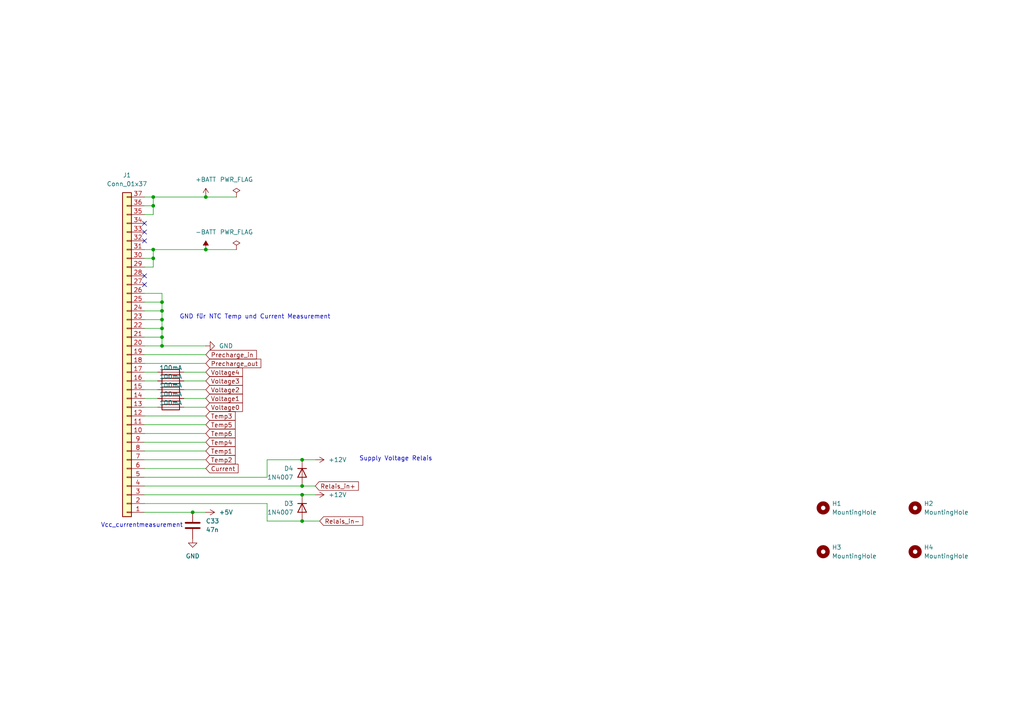
<source format=kicad_sch>
(kicad_sch (version 20250114) (generator "eeschema") (generator_version "9.0")
  (paper "A4")
  (lib_symbols
    (symbol "Connector_Generic:Conn_01x37" (pin_names (offset 1.016) (hide yes))
      (property "Reference" "J" (at 0 48.26 0))
      (property "Value" "Conn_01x37" (at 0 -48.26 0))
      (symbol "Conn_01x37_1_1"
        (rectangle (start -1.27 46.99) (end 1.27 -46.99) (stroke (width 0.254)) (fill (type background)))
        (rectangle (start -1.27 45.847) (end 0 45.593) (stroke (width 0.1524)))
        (rectangle (start -1.27 43.307) (end 0 43.053) (stroke (width 0.1524)))
        (rectangle (start -1.27 40.767) (end 0 40.513) (stroke (width 0.1524)))
        (rectangle (start -1.27 38.227) (end 0 37.973) (stroke (width 0.1524)))
        (rectangle (start -1.27 35.687) (end 0 35.433) (stroke (width 0.1524)))
        (rectangle (start -1.27 33.147) (end 0 32.893) (stroke (width 0.1524)))
        (rectangle (start -1.27 30.607) (end 0 30.353) (stroke (width 0.1524)))
        (rectangle (start -1.27 28.067) (end 0 27.813) (stroke (width 0.1524)))
        (rectangle (start -1.27 25.527) (end 0 25.273) (stroke (width 0.1524)))
        (rectangle (start -1.27 22.987) (end 0 22.733) (stroke (width 0.1524)))
        (rectangle (start -1.27 20.447) (end 0 20.193) (stroke (width 0.1524)))
        (rectangle (start -1.27 17.907) (end 0 17.653) (stroke (width 0.1524)))
        (rectangle (start -1.27 15.367) (end 0 15.113) (stroke (width 0.1524)))
        (rectangle (start -1.27 12.827) (end 0 12.573) (stroke (width 0.1524)))
        (rectangle (start -1.27 10.287) (end 0 10.033) (stroke (width 0.1524)))
        (rectangle (start -1.27 7.747) (end 0 7.493) (stroke (width 0.1524)))
        (rectangle (start -1.27 5.207) (end 0 4.953) (stroke (width 0.1524)))
        (rectangle (start -1.27 2.667) (end 0 2.413) (stroke (width 0.1524)))
        (rectangle (start -1.27 0.127) (end 0 -0.127) (stroke (width 0.1524)))
        (rectangle (start -1.27 -2.413) (end 0 -2.667) (stroke (width 0.1524)))
        (rectangle (start -1.27 -4.953) (end 0 -5.207) (stroke (width 0.1524)))
        (rectangle (start -1.27 -7.493) (end 0 -7.747) (stroke (width 0.1524)))
        (rectangle (start -1.27 -10.033) (end 0 -10.287) (stroke (width 0.1524)))
        (rectangle (start -1.27 -12.573) (end 0 -12.827) (stroke (width 0.1524)))
        (rectangle (start -1.27 -15.113) (end 0 -15.367) (stroke (width 0.1524)))
        (rectangle (start -1.27 -17.653) (end 0 -17.907) (stroke (width 0.1524)))
        (rectangle (start -1.27 -20.193) (end 0 -20.447) (stroke (width 0.1524)))
        (rectangle (start -1.27 -22.733) (end 0 -22.987) (stroke (width 0.1524)))
        (rectangle (start -1.27 -25.273) (end 0 -25.527) (stroke (width 0.1524)))
        (rectangle (start -1.27 -27.813) (end 0 -28.067) (stroke (width 0.1524)))
        (rectangle (start -1.27 -30.353) (end 0 -30.607) (stroke (width 0.1524)))
        (rectangle (start -1.27 -32.893) (end 0 -33.147) (stroke (width 0.1524)))
        (rectangle (start -1.27 -35.433) (end 0 -35.687) (stroke (width 0.1524)))
        (rectangle (start -1.27 -37.973) (end 0 -38.227) (stroke (width 0.1524)))
        (rectangle (start -1.27 -40.513) (end 0 -40.767) (stroke (width 0.1524)))
        (rectangle (start -1.27 -43.053) (end 0 -43.307) (stroke (width 0.1524)))
        (rectangle (start -1.27 -45.593) (end 0 -45.847) (stroke (width 0.1524)))
        (pin passive line (at -5.08 45.72 0) (length 3.81) (name "Pin_1") (number "1"))
        (pin passive line (at -5.08 43.18 0) (length 3.81) (name "Pin_2") (number "2"))
        (pin passive line (at -5.08 40.64 0) (length 3.81) (name "Pin_3") (number "3"))
        (pin passive line (at -5.08 38.1 0) (length 3.81) (name "Pin_4") (number "4"))
        (pin passive line (at -5.08 35.56 0) (length 3.81) (name "Pin_5") (number "5"))
        (pin passive line (at -5.08 33.02 0) (length 3.81) (name "Pin_6") (number "6"))
        (pin passive line (at -5.08 30.48 0) (length 3.81) (name "Pin_7") (number "7"))
        (pin passive line (at -5.08 27.94 0) (length 3.81) (name "Pin_8") (number "8"))
        (pin passive line (at -5.08 25.4 0) (length 3.81) (name "Pin_9") (number "9"))
        (pin passive line (at -5.08 22.86 0) (length 3.81) (name "Pin_10") (number "10"))
        (pin passive line (at -5.08 20.32 0) (length 3.81) (name "Pin_11") (number "11"))
        (pin passive line (at -5.08 17.78 0) (length 3.81) (name "Pin_12") (number "12"))
        (pin passive line (at -5.08 15.24 0) (length 3.81) (name "Pin_13") (number "13"))
        (pin passive line (at -5.08 12.7 0) (length 3.81) (name "Pin_14") (number "14"))
        (pin passive line (at -5.08 10.16 0) (length 3.81) (name "Pin_15") (number "15"))
        (pin passive line (at -5.08 7.62 0) (length 3.81) (name "Pin_16") (number "16"))
        (pin passive line (at -5.08 5.08 0) (length 3.81) (name "Pin_17") (number "17"))
        (pin passive line (at -5.08 2.54 0) (length 3.81) (name "Pin_18") (number "18"))
        (pin passive line (at -5.08 0 0) (length 3.81) (name "Pin_19") (number "19"))
        (pin passive line (at -5.08 -2.54 0) (length 3.81) (name "Pin_20") (number "20"))
        (pin passive line (at -5.08 -5.08 0) (length 3.81) (name "Pin_21") (number "21"))
        (pin passive line (at -5.08 -7.62 0) (length 3.81) (name "Pin_22") (number "22"))
        (pin passive line (at -5.08 -10.16 0) (length 3.81) (name "Pin_23") (number "23"))
        (pin passive line (at -5.08 -12.7 0) (length 3.81) (name "Pin_24") (number "24"))
        (pin passive line (at -5.08 -15.24 0) (length 3.81) (name "Pin_25") (number "25"))
        (pin passive line (at -5.08 -17.78 0) (length 3.81) (name "Pin_26") (number "26"))
        (pin passive line (at -5.08 -20.32 0) (length 3.81) (name "Pin_27") (number "27"))
        (pin passive line (at -5.08 -22.86 0) (length 3.81) (name "Pin_28") (number "28"))
        (pin passive line (at -5.08 -25.4 0) (length 3.81) (name "Pin_29") (number "29"))
        (pin passive line (at -5.08 -27.94 0) (length 3.81) (name "Pin_30") (number "30"))
        (pin passive line (at -5.08 -30.48 0) (length 3.81) (name "Pin_31") (number "31"))
        (pin passive line (at -5.08 -33.02 0) (length 3.81) (name "Pin_32") (number "32"))
        (pin passive line (at -5.08 -35.56 0) (length 3.81) (name "Pin_33") (number "33"))
        (pin passive line (at -5.08 -38.1 0) (length 3.81) (name "Pin_34") (number "34"))
        (pin passive line (at -5.08 -40.64 0) (length 3.81) (name "Pin_35") (number "35"))
        (pin passive line (at -5.08 -43.18 0) (length 3.81) (name "Pin_36") (number "36"))
        (pin passive line (at -5.08 -45.72 0) (length 3.81) (name "Pin_37") (number "37"))
      )
    )
    (symbol "Device:C" (pin_numbers (hide yes)) (pin_names (offset 0.254))
      (property "Reference" "C" (at 0.635 2.54 0))
      (property "Value" "C" (at 0.635 -2.54 0))
      (symbol "C_0_1"
        (polyline (pts (xy -2.032 0.762) (xy 2.032 0.762)) (stroke (width 0.508)))
        (polyline (pts (xy -2.032 -0.762) (xy 2.032 -0.762)) (stroke (width 0.508)))
      )
      (symbol "C_1_1"
        (pin passive line (at 0 3.81 270) (length 2.794) (name "~") (number "1"))
        (pin passive line (at 0 -3.81 90) (length 2.794) (name "~") (number "2"))
      )
    )
    (symbol "Device:Fuse" (pin_numbers (hide yes)) (pin_names (offset 0))
      (property "Reference" "F" (at 2.032 0 90))
      (property "Value" "Fuse" (at -1.905 0 90))
      (symbol "Fuse_0_1"
        (rectangle (start -0.762 -2.54) (end 0.762 2.54) (stroke (width 0.254)))
        (polyline (pts (xy 0 2.54) (xy 0 -2.54)))
      )
      (symbol "Fuse_1_1"
        (pin passive line (at 0 3.81 270) (length 1.27) (name "~") (number "1"))
        (pin passive line (at 0 -3.81 90) (length 1.27) (name "~") (number "2"))
      )
    )
    (symbol "Diode:1N4007" (pin_numbers (hide yes)) (pin_names (hide yes))
      (property "Reference" "D" (at 0 2.54 0))
      (property "Value" "1N4007" (at 0 -2.54 0))
      (symbol "1N4007_0_1"
        (polyline (pts (xy -1.27 1.27) (xy -1.27 -1.27)) (stroke (width 0.254)))
        (polyline (pts (xy 1.27 1.27) (xy 1.27 -1.27) (xy -1.27 0) (xy 1.27 1.27)) (stroke (width 0.254)))
        (polyline (pts (xy 1.27 0) (xy -1.27 0)))
      )
      (symbol "1N4007_1_1"
        (pin passive line (at -3.81 0 0) (length 2.54) (name "K") (number "1"))
        (pin passive line (at 3.81 0 180) (length 2.54) (name "A") (number "2"))
      )
    )
    (symbol "Mechanical:MountingHole" (pin_names (offset 1.016)) (in_bom no)
      (property "Reference" "H" (at 0 5.08 0))
      (property "Value" "MountingHole" (at 0 3.175 0))
      (symbol "MountingHole_0_1"
        (circle (center 0 0) (radius 1.27) (stroke (width 1.27)))
      )
    )
    (symbol "power:+12V" (power) (pin_numbers (hide yes)) (pin_names (offset 0) (hide yes))
      (property "Value" "+12V" (at 0 3.556 0))
      (symbol "+12V_0_1"
        (polyline (pts (xy -0.762 1.27) (xy 0 2.54)))
        (polyline (pts (xy 0 2.54) (xy 0.762 1.27)))
        (polyline (pts (xy 0 0) (xy 0 2.54)))
      )
      (symbol "+12V_1_1"
        (pin power_in line (at 0 0 90) (length 0) (name "~") (number "1"))
      )
    )
    (symbol "power:+5V" (power) (pin_numbers (hide yes)) (pin_names (offset 0) (hide yes))
      (property "Value" "+5V" (at 0 3.556 0))
      (symbol "+5V_0_1"
        (polyline (pts (xy -0.762 1.27) (xy 0 2.54)))
        (polyline (pts (xy 0 2.54) (xy 0.762 1.27)))
        (polyline (pts (xy 0 0) (xy 0 2.54)))
      )
      (symbol "+5V_1_1"
        (pin power_in line (at 0 0 90) (length 0) (name "~") (number "1"))
      )
    )
    (symbol "power:+BATT" (power) (pin_numbers (hide yes)) (pin_names (offset 0) (hide yes))
      (property "Value" "+BATT" (at 0 3.556 0))
      (symbol "+BATT_0_1"
        (polyline (pts (xy -0.762 1.27) (xy 0 2.54)))
        (polyline (pts (xy 0 2.54) (xy 0.762 1.27)))
        (polyline (pts (xy 0 0) (xy 0 2.54)))
      )
      (symbol "+BATT_1_1"
        (pin power_in line (at 0 0 90) (length 0) (name "~") (number "1"))
      )
    )
    (symbol "power:-BATT" (power) (pin_numbers (hide yes)) (pin_names (offset 0) (hide yes))
      (property "Value" "-BATT" (at 0 3.556 0))
      (symbol "-BATT_0_1"
        (polyline (pts (xy 0 0) (xy 0 2.54)))
        (polyline (pts (xy 0.762 1.27) (xy -0.762 1.27) (xy 0 2.54) (xy 0.762 1.27)) (fill (type outline)))
      )
      (symbol "-BATT_1_1"
        (pin power_in line (at 0 0 90) (length 0) (name "~") (number "1"))
      )
    )
    (symbol "power:GND" (power) (pin_numbers (hide yes)) (pin_names (offset 0) (hide yes))
      (property "Value" "GND" (at 0 -3.81 0))
      (symbol "GND_0_1"
        (polyline (pts (xy 0 0) (xy 0 -1.27) (xy 1.27 -1.27) (xy 0 -2.54) (xy -1.27 -1.27) (xy 0 -1.27)))
      )
      (symbol "GND_1_1"
        (pin power_in line (at 0 0 270) (length 0) (name "~") (number "1"))
      )
    )
    (symbol "power:PWR_FLAG" (power) (pin_numbers (hide yes)) (pin_names (offset 0) (hide yes))
      (property "Value" "PWR_FLAG" (at 0 3.81 0))
      (symbol "PWR_FLAG_0_0"
        (pin power_out line (at 0 0 90) (length 0) (name "~") (number "1"))
      )
      (symbol "PWR_FLAG_0_1"
        (polyline (pts (xy 0 0) (xy 0 1.27) (xy -1.016 1.905) (xy 0 2.54) (xy 1.016 1.905) (xy 0 1.27)))
      )
    )
  )
  (text "Supply Voltage Relais\n" (at 114.808 133.096 0) (effects (font (size 1.27 1.27))))
  (text "Vcc_currentmeasurement\n" (at 41.148 152.4 0) (effects (font (size 1.27 1.27))))
  (text "GND für NTC Temp und Current Measurement\n" (at 52.07 91.948 0) (effects (font (size 1.27 1.27)) (justify left)))
  (junction (at 46.99 95.25))
  (junction (at 59.69 72.39))
  (junction (at 87.63 143.51))
  (junction (at 46.99 87.63))
  (junction (at 46.99 90.17))
  (junction (at 46.99 92.71))
  (junction (at 44.45 74.93))
  (junction (at 55.88 148.59))
  (junction (at 44.45 59.69))
  (junction (at 46.99 97.79))
  (junction (at 87.63 140.97))
  (junction (at 44.45 57.15))
  (junction (at 87.63 133.35))
  (junction (at 87.63 151.13))
  (junction (at 44.45 72.39))
  (junction (at 46.99 100.33))
  (junction (at 59.69 57.15))
  (no_connect (at 41.91 64.77))
  (no_connect (at 41.91 69.85))
  (no_connect (at 41.91 80.01))
  (no_connect (at 41.91 67.31))
  (no_connect (at 41.91 82.55))
  (wire (pts (xy 41.91 133.35) (xy 59.69 133.35)))
  (wire (pts (xy 44.45 57.15) (xy 59.69 57.15)))
  (wire (pts (xy 41.91 135.89) (xy 59.69 135.89)))
  (wire (pts (xy 41.91 77.47) (xy 44.45 77.47)))
  (wire (pts (xy 41.91 113.03) (xy 45.72 113.03)))
  (wire (pts (xy 41.91 102.87) (xy 59.69 102.87)))
  (wire (pts (xy 44.45 77.47) (xy 44.45 74.93)))
  (wire (pts (xy 53.34 110.49) (xy 59.69 110.49)))
  (wire (pts (xy 87.63 151.13) (xy 92.71 151.13)))
  (wire (pts (xy 41.91 97.79) (xy 46.99 97.79)))
  (wire (pts (xy 41.91 85.09) (xy 46.99 85.09)))
  (wire (pts (xy 46.99 97.79) (xy 46.99 100.33)))
  (wire (pts (xy 44.45 57.15) (xy 44.45 59.69)))
  (wire (pts (xy 41.91 148.59) (xy 55.88 148.59)))
  (wire (pts (xy 87.63 143.51) (xy 91.44 143.51)))
  (wire (pts (xy 41.91 120.65) (xy 59.69 120.65)))
  (wire (pts (xy 55.88 148.59) (xy 59.69 148.59)))
  (wire (pts (xy 77.47 151.13) (xy 77.47 146.05)))
  (wire (pts (xy 41.91 62.23) (xy 44.45 62.23)))
  (wire (pts (xy 41.91 87.63) (xy 46.99 87.63)))
  (wire (pts (xy 41.91 105.41) (xy 59.69 105.41)))
  (wire (pts (xy 41.91 92.71) (xy 46.99 92.71)))
  (wire (pts (xy 41.91 74.93) (xy 44.45 74.93)))
  (wire (pts (xy 77.47 133.35) (xy 87.63 133.35)))
  (wire (pts (xy 87.63 140.97) (xy 91.44 140.97)))
  (wire (pts (xy 46.99 92.71) (xy 46.99 95.25)))
  (wire (pts (xy 41.91 95.25) (xy 46.99 95.25)))
  (wire (pts (xy 53.34 107.95) (xy 59.69 107.95)))
  (wire (pts (xy 41.91 143.51) (xy 87.63 143.51)))
  (wire (pts (xy 77.47 146.05) (xy 41.91 146.05)))
  (wire (pts (xy 41.91 128.27) (xy 59.69 128.27)))
  (wire (pts (xy 44.45 72.39) (xy 41.91 72.39)))
  (wire (pts (xy 41.91 123.19) (xy 59.69 123.19)))
  (wire (pts (xy 41.91 118.11) (xy 45.72 118.11)))
  (wire (pts (xy 77.47 151.13) (xy 87.63 151.13)))
  (wire (pts (xy 44.45 74.93) (xy 44.45 72.39)))
  (wire (pts (xy 41.91 125.73) (xy 59.69 125.73)))
  (wire (pts (xy 41.91 138.43) (xy 77.47 138.43)))
  (wire (pts (xy 46.99 87.63) (xy 46.99 90.17)))
  (wire (pts (xy 41.91 100.33) (xy 46.99 100.33)))
  (wire (pts (xy 41.91 107.95) (xy 45.72 107.95)))
  (wire (pts (xy 41.91 115.57) (xy 45.72 115.57)))
  (wire (pts (xy 41.91 110.49) (xy 45.72 110.49)))
  (wire (pts (xy 53.34 115.57) (xy 59.69 115.57)))
  (wire (pts (xy 41.91 57.15) (xy 44.45 57.15)))
  (wire (pts (xy 87.63 133.35) (xy 91.44 133.35)))
  (wire (pts (xy 41.91 59.69) (xy 44.45 59.69)))
  (wire (pts (xy 46.99 95.25) (xy 46.99 97.79)))
  (wire (pts (xy 41.91 90.17) (xy 46.99 90.17)))
  (wire (pts (xy 53.34 118.11) (xy 59.69 118.11)))
  (wire (pts (xy 53.34 113.03) (xy 59.69 113.03)))
  (wire (pts (xy 41.91 140.97) (xy 87.63 140.97)))
  (wire (pts (xy 59.69 57.15) (xy 68.58 57.15)))
  (wire (pts (xy 77.47 138.43) (xy 77.47 133.35)))
  (wire (pts (xy 59.69 72.39) (xy 68.58 72.39)))
  (wire (pts (xy 44.45 59.69) (xy 44.45 62.23)))
  (wire (pts (xy 46.99 85.09) (xy 46.99 87.63)))
  (wire (pts (xy 44.45 72.39) (xy 59.69 72.39)))
  (wire (pts (xy 46.99 100.33) (xy 59.69 100.33)))
  (wire (pts (xy 46.99 90.17) (xy 46.99 92.71)))
  (wire (pts (xy 41.91 130.81) (xy 59.69 130.81)))
  (global_label "Voltage4" (shape input) (at 59.69 107.95 0) (property "Intersheetrefs" "${INTERSHEET_REFS}" (effects (hide yes))))
  (global_label "Temp3" (shape input) (at 59.69 120.65 0) (property "Intersheetrefs" "${INTERSHEET_REFS}" (effects (hide yes))))
  (global_label "Voltage3" (shape input) (at 59.69 110.49 0) (property "Intersheetrefs" "${INTERSHEET_REFS}" (effects (hide yes))))
  (global_label "Voltage1" (shape input) (at 59.69 115.57 0) (property "Intersheetrefs" "${INTERSHEET_REFS}" (effects (hide yes))))
  (global_label "Voltage2" (shape input) (at 59.69 113.03 0) (property "Intersheetrefs" "${INTERSHEET_REFS}" (effects (hide yes))))
  (global_label "Precharge_in" (shape input) (at 59.69 102.87 0) (property "Intersheetrefs" "${INTERSHEET_REFS}" (effects (hide yes))))
  (global_label "Temp1" (shape input) (at 59.69 130.81 0) (property "Intersheetrefs" "${INTERSHEET_REFS}" (effects (hide yes))))
  (global_label "Relais_in+" (shape input) (at 91.44 140.97 0) (property "Intersheetrefs" "${INTERSHEET_REFS}" (effects (hide yes))))
  (global_label "Temp4" (shape input) (at 59.69 128.27 0) (property "Intersheetrefs" "${INTERSHEET_REFS}" (effects (hide yes))))
  (global_label "Temp2" (shape input) (at 59.69 133.35 0) (property "Intersheetrefs" "${INTERSHEET_REFS}" (effects (hide yes))))
  (global_label "Precharge_out" (shape input) (at 59.69 105.41 0) (property "Intersheetrefs" "${INTERSHEET_REFS}" (effects (hide yes))))
  (global_label "Temp5" (shape input) (at 59.69 123.19 0) (property "Intersheetrefs" "${INTERSHEET_REFS}" (effects (hide yes))))
  (global_label "Temp6" (shape input) (at 59.69 125.73 0) (property "Intersheetrefs" "${INTERSHEET_REFS}" (effects (hide yes))))
  (global_label "Relais_in-" (shape input) (at 92.71 151.13 0) (property "Intersheetrefs" "${INTERSHEET_REFS}" (effects (hide yes))))
  (global_label "Current" (shape input) (at 59.69 135.89 0) (property "Intersheetrefs" "${INTERSHEET_REFS}" (effects (hide yes))))
  (global_label "Voltage0" (shape input) (at 59.69 118.11 0) (property "Intersheetrefs" "${INTERSHEET_REFS}" (effects (hide yes))))
  (symbol (lib_id "Device:C") (at 55.88 152.4 0) (unit 1)
    (property "Reference" "C33" (at 59.69 151.1299 0) (effects (justify left)))
    (property "Value" "47n" (at 59.69 153.6699 0) (effects (justify left)))
    (property "Footprint" "Capacitor_SMD:C_0603_1608Metric_Pad1.08x0.95mm_HandSolder" (effects (hide yes)))
    (property "Description" "Unpolarized capacitor" (effects (hide yes)))
  )
  (symbol (lib_id "power:-BATT") (at 59.69 72.39 0) (unit 1)
    (property "Reference" "#PWR082" (effects (hide yes)))
    (property "Value" "-BATT" (at 59.69 67.31 0))
    (property "Description" "Power symbol creates a global label with name \"-BATT\"" (effects (hide yes)))
  )
  (symbol (lib_id "power:+12V") (at 91.44 133.35 270) (unit 1)
    (property "Reference" "#PWR063" (effects (hide yes)))
    (property "Value" "+12V" (at 95.25 133.3499 90) (effects (justify left)))
    (property "Description" "Power symbol creates a global label with name \"+12V\"" (effects (hide yes)))
  )
  (symbol (lib_id "Mechanical:MountingHole") (at 265.43 160.02 0) (unit 1) (in_bom no)
    (property "Reference" "H4" (at 267.97 158.7499 0) (effects (justify left)))
    (property "Value" "MountingHole" (at 267.97 161.2899 0) (effects (justify left)))
    (property "Footprint" "MountingHole:MountingHole_3.5mm" (effects (hide yes)))
    (property "Description" "Mounting Hole without connection" (effects (hide yes)))
  )
  (symbol (lib_id "power:+12V") (at 91.44 143.51 270) (unit 1)
    (property "Reference" "#PWR064" (effects (hide yes)))
    (property "Value" "+12V" (at 95.25 143.5099 90) (effects (justify left)))
    (property "Description" "Power symbol creates a global label with name \"+12V\"" (effects (hide yes)))
  )
  (symbol (lib_id "Diode:1N4007") (at 87.63 137.16 90) (mirror x) (unit 1)
    (property "Reference" "D4" (at 85.09 135.8899 90) (effects (justify left)))
    (property "Value" "1N4007" (at 85.09 138.4299 90) (effects (justify left)))
    (property "Footprint" "Diode_SMD:D_SMA" (effects (hide yes)))
    (property "Datasheet" "http://www.vishay.com/docs/88503/1n4001.pdf" (effects (hide yes)))
    (property "Description" "1000V 1A General Purpose Rectifier Diode, DO-41" (effects (hide yes)))
    (property "Sim.Device" "D" (effects (hide yes)))
    (property "Sim.Pins" "1=K 2=A" (effects (hide yes)))
  )
  (symbol (lib_id "Mechanical:MountingHole") (at 238.76 160.02 0) (unit 1) (in_bom no)
    (property "Reference" "H3" (at 241.3 158.7499 0) (effects (justify left)))
    (property "Value" "MountingHole" (at 241.3 161.2899 0) (effects (justify left)))
    (property "Footprint" "MountingHole:MountingHole_3.5mm" (effects (hide yes)))
    (property "Description" "Mounting Hole without connection" (effects (hide yes)))
  )
  (symbol (lib_id "Device:Fuse") (at 49.53 113.03 90) (unit 1)
    (property "Reference" "F3" (effects (hide yes)))
    (property "Value" "100mA" (at 49.53 111.76 90))
    (property "Footprint" "Fuse:Fuse_Littelfuse-NANO2-451_453" (effects (hide yes)))
    (property "Description" "Fuse" (effects (hide yes)))
  )
  (symbol (lib_id "power:PWR_FLAG") (at 68.58 72.39 0) (unit 1)
    (property "Reference" "#FLG04" (effects (hide yes)))
    (property "Value" "PWR_FLAG" (at 68.58 67.31 0))
    (property "Description" "Special symbol for telling ERC where power comes from" (effects (hide yes)))
  )
  (symbol (lib_id "Device:Fuse") (at 49.53 110.49 90) (unit 1)
    (property "Reference" "F2" (effects (hide yes)))
    (property "Value" "100mA" (at 49.53 109.22 90))
    (property "Footprint" "Fuse:Fuse_Littelfuse-NANO2-451_453" (effects (hide yes)))
    (property "Description" "Fuse" (effects (hide yes)))
  )
  (symbol (lib_id "Connector_Generic:Conn_01x37") (at 36.83 102.87 180) (unit 1)
    (property "Reference" "J1" (at 36.83 50.8 0))
    (property "Value" "Conn_01x37" (at 36.83 53.34 0))
    (property "Footprint" "Connector_Dsub:DSUB-37_Socket_Horizontal_P2.77x2.84mm_EdgePinOffset14.56mm_Housed_MountingHolesOffset15.98mm" (effects (hide yes)))
    (property "Description" "Generic connector, single row, 01x37, script generated (kicad-library-utils/schlib/autogen/connector/)" (effects (hide yes)))
  )
  (symbol (lib_id "power:PWR_FLAG") (at 68.58 57.15 0) (unit 1)
    (property "Reference" "#FLG03" (effects (hide yes)))
    (property "Value" "PWR_FLAG" (at 68.58 52.07 0))
    (property "Description" "Special symbol for telling ERC where power comes from" (effects (hide yes)))
  )
  (symbol (lib_id "power:+5V") (at 59.69 148.59 270) (unit 1)
    (property "Reference" "#PWR02" (effects (hide yes)))
    (property "Value" "+5V" (at 63.5 148.5899 90) (effects (justify left)))
    (property "Description" "Power symbol creates a global label with name \"+5V\"" (effects (hide yes)))
  )
  (symbol (lib_id "Diode:1N4007") (at 87.63 147.32 90) (mirror x) (unit 1)
    (property "Reference" "D3" (at 85.09 146.0499 90) (effects (justify left)))
    (property "Value" "1N4007" (at 85.09 148.5899 90) (effects (justify left)))
    (property "Footprint" "Diode_SMD:D_SMA" (effects (hide yes)))
    (property "Datasheet" "http://www.vishay.com/docs/88503/1n4001.pdf" (effects (hide yes)))
    (property "Description" "1000V 1A General Purpose Rectifier Diode, DO-41" (effects (hide yes)))
    (property "Sim.Device" "D" (effects (hide yes)))
    (property "Sim.Pins" "1=K 2=A" (effects (hide yes)))
  )
  (symbol (lib_id "power:GND") (at 55.88 156.21 0) (unit 1)
    (property "Reference" "#PWR066" (effects (hide yes)))
    (property "Value" "GND" (at 55.88 161.29 0))
    (property "Description" "Power symbol creates a global label with name \"GND\" , ground" (effects (hide yes)))
  )
  (symbol (lib_id "Device:Fuse") (at 49.53 118.11 90) (unit 1)
    (property "Reference" "F6" (effects (hide yes)))
    (property "Value" "100mA" (at 49.53 116.84 90))
    (property "Footprint" "Fuse:Fuse_Littelfuse-NANO2-451_453" (effects (hide yes)))
    (property "Description" "Fuse" (effects (hide yes)))
  )
  (symbol (lib_id "Mechanical:MountingHole") (at 265.43 147.32 0) (unit 1) (in_bom no)
    (property "Reference" "H2" (at 267.97 146.0499 0) (effects (justify left)))
    (property "Value" "MountingHole" (at 267.97 148.5899 0) (effects (justify left)))
    (property "Footprint" "MountingHole:MountingHole_3.5mm" (effects (hide yes)))
    (property "Description" "Mounting Hole without connection" (effects (hide yes)))
  )
  (symbol (lib_id "power:+BATT") (at 59.69 57.15 0) (unit 1)
    (property "Reference" "#PWR03" (effects (hide yes)))
    (property "Value" "+BATT" (at 59.69 52.07 0))
    (property "Description" "Power symbol creates a global label with name \"+BATT\"" (effects (hide yes)))
  )
  (symbol (lib_id "Device:Fuse") (at 49.53 115.57 90) (unit 1)
    (property "Reference" "F4" (effects (hide yes)))
    (property "Value" "100mA" (at 49.53 114.3 90))
    (property "Footprint" "Fuse:Fuse_Littelfuse-NANO2-451_453" (effects (hide yes)))
    (property "Description" "Fuse" (effects (hide yes)))
  )
  (symbol (lib_id "Mechanical:MountingHole") (at 238.76 147.32 0) (unit 1) (in_bom no)
    (property "Reference" "H1" (at 241.3 146.0499 0) (effects (justify left)))
    (property "Value" "MountingHole" (at 241.3 148.5899 0) (effects (justify left)))
    (property "Footprint" "MountingHole:MountingHole_3.5mm" (effects (hide yes)))
    (property "Description" "Mounting Hole without connection" (effects (hide yes)))
  )
  (symbol (lib_id "Device:Fuse") (at 49.53 107.95 90) (unit 1)
    (property "Reference" "F1" (effects (hide yes)))
    (property "Value" "100mA" (at 49.53 106.68 90))
    (property "Footprint" "Fuse:Fuse_Littelfuse-NANO2-451_453" (effects (hide yes)))
    (property "Description" "Fuse" (effects (hide yes)))
  )
  (symbol (lib_id "power:GND") (at 59.69 100.33 90) (unit 1)
    (property "Reference" "#PWR01" (effects (hide yes)))
    (property "Value" "GND" (at 63.5 100.3299 90) (effects (justify right)))
    (property "Description" "Power symbol creates a global label with name \"GND\" , ground" (effects (hide yes)))
  )
)
</source>
